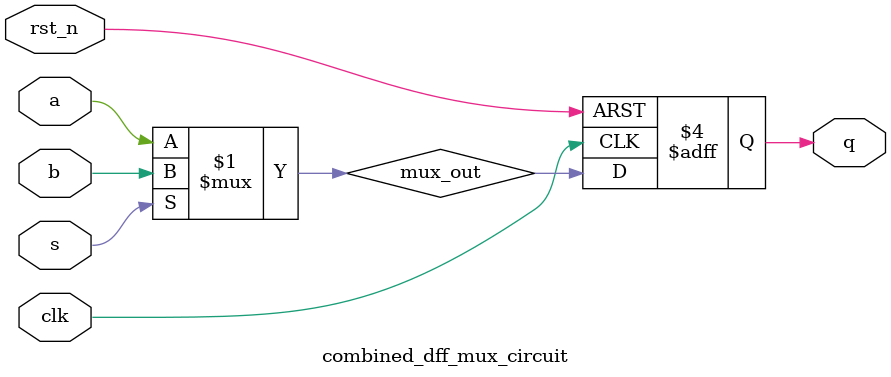
<source format=v>
module combined_dff_mux_circuit (
    input a,
    input b,
    input s,
    input clk,
    input rst_n,
    output reg q
);

wire mux_out;

assign mux_out = s ? b : a;

always @(posedge clk or negedge rst_n) begin
    if (!rst_n) begin
        q <= 1'b0;
    end else begin
        q <= mux_out;
    end
end

endmodule
</source>
